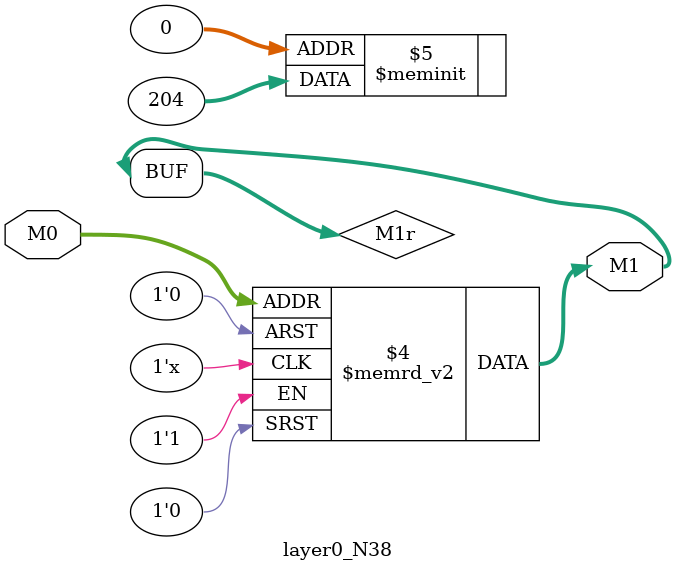
<source format=v>
module layer0_N38 ( input [3:0] M0, output [1:0] M1 );

	(*rom_style = "distributed" *) reg [1:0] M1r;
	assign M1 = M1r;
	always @ (M0) begin
		case (M0)
			4'b0000: M1r = 2'b00;
			4'b1000: M1r = 2'b00;
			4'b0100: M1r = 2'b00;
			4'b1100: M1r = 2'b00;
			4'b0010: M1r = 2'b00;
			4'b1010: M1r = 2'b00;
			4'b0110: M1r = 2'b00;
			4'b1110: M1r = 2'b00;
			4'b0001: M1r = 2'b11;
			4'b1001: M1r = 2'b00;
			4'b0101: M1r = 2'b00;
			4'b1101: M1r = 2'b00;
			4'b0011: M1r = 2'b11;
			4'b1011: M1r = 2'b00;
			4'b0111: M1r = 2'b00;
			4'b1111: M1r = 2'b00;

		endcase
	end
endmodule

</source>
